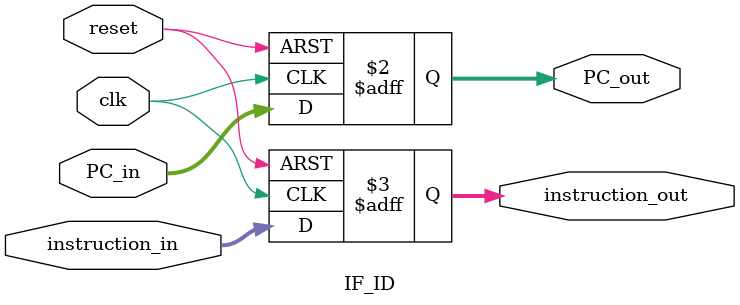
<source format=v>
module IF_ID (
    input clk,
    input reset,
    input [31:0] PC_in,
    input [31:0] instruction_in,

    output reg [31:0] PC_out,
    output reg [31:0] instruction_out
);

    always @(posedge clk or posedge reset) begin
        if (reset) begin
            PC_out <= 32'b0;
            instruction_out <= 32'b0;
        end else begin
            PC_out <= PC_in;
            instruction_out <= instruction_in;
        end
    end

endmodule

</source>
